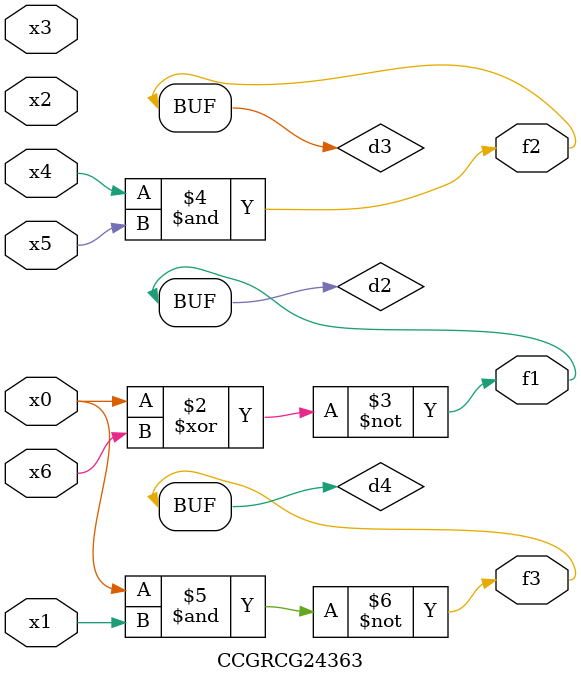
<source format=v>
module CCGRCG24363(
	input x0, x1, x2, x3, x4, x5, x6,
	output f1, f2, f3
);

	wire d1, d2, d3, d4;

	nor (d1, x0);
	xnor (d2, x0, x6);
	and (d3, x4, x5);
	nand (d4, x0, x1);
	assign f1 = d2;
	assign f2 = d3;
	assign f3 = d4;
endmodule

</source>
